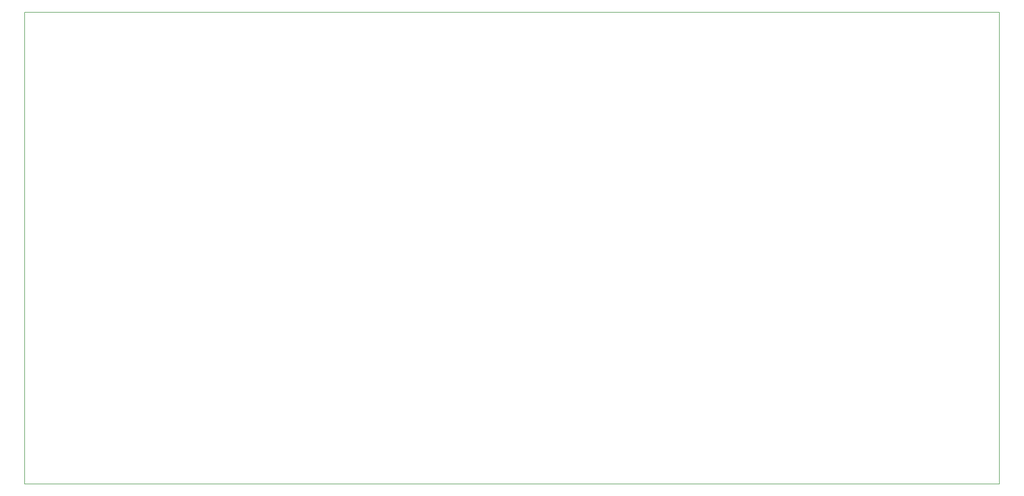
<source format=gbr>
G04 PROTEUS GERBER X2 FILE*
%TF.GenerationSoftware,Labcenter,Proteus,8.7-SP3-Build25561*%
%TF.CreationDate,2020-06-23T21:11:53+00:00*%
%TF.FileFunction,NonPlated,1,2,NPTH*%
%TF.FilePolarity,Positive*%
%TF.Part,Single*%
%TF.SameCoordinates,{43e51975-e15d-4f1a-9cd5-5ad722afc605}*%
%FSLAX45Y45*%
%MOMM*%
G01*
%TA.AperFunction,Profile*%
%ADD17C,0.203200*%
%TD.AperFunction*%
D17*
X-16000000Y-2500000D02*
X+15500000Y-2500000D01*
X+15500000Y+12750000D01*
X-16000000Y+12750000D01*
X-16000000Y-2500000D01*
M02*

</source>
